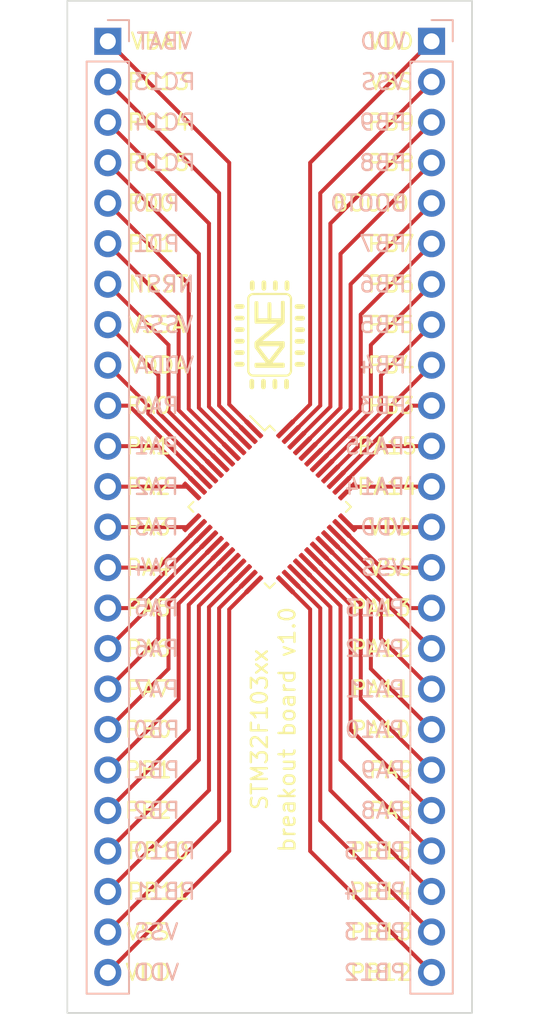
<source format=kicad_pcb>
(kicad_pcb (version 20211014) (generator pcbnew)
  (layers (0 "F.Cu" signal) (31 "B.Cu" signal) (34 "B.Paste" user) (35 "F.Paste" user) (36 "B.SilkS" user "B.Silkscreen") (37 "F.SilkS" user "F.Silkscreen") (38 "B.Mask" user) (39 "F.Mask" user) (44 "Edge.Cuts" user))
  (net 0 "")
  (net 1 "Net-(J1-Pad1)")
  (net 2 "Net-(J1-Pad2)")
  (net 3 "Net-(J1-Pad3)")
  (net 4 "Net-(J1-Pad4)")
  (net 5 "Net-(J1-Pad5)")
  (net 6 "Net-(J1-Pad6)")
  (net 7 "Net-(J1-Pad7)")
  (net 8 "Net-(J1-Pad8)")
  (net 9 "Net-(J1-Pad9)")
  (net 10 "Net-(J1-Pad10)")
  (net 11 "Net-(J1-Pad11)")
  (net 12 "Net-(J1-Pad12)")
  (net 13 "Net-(J1-Pad13)")
  (net 14 "Net-(J1-Pad14)")
  (net 15 "Net-(J1-Pad15)")
  (net 16 "Net-(J1-Pad16)")
  (net 17 "Net-(J1-Pad17)")
  (net 18 "Net-(J1-Pad18)")
  (net 19 "Net-(J1-Pad19)")
  (net 20 "Net-(J1-Pad20)")
  (net 21 "Net-(J1-Pad21)")
  (net 22 "Net-(J1-Pad22)")
  (net 23 "Net-(J1-Pad23)")
  (net 24 "Net-(J1-Pad24)")
  (net 25 "Net-(J2-Pad1)")
  (net 26 "Net-(J2-Pad2)")
  (net 27 "Net-(J2-Pad3)")
  (net 28 "Net-(J2-Pad4)")
  (net 29 "Net-(J2-Pad5)")
  (net 30 "Net-(J2-Pad6)")
  (net 31 "Net-(J2-Pad7)")
  (net 32 "Net-(J2-Pad8)")
  (net 33 "Net-(J2-Pad9)")
  (net 34 "Net-(J2-Pad10)")
  (net 35 "Net-(J2-Pad11)")
  (net 36 "Net-(J2-Pad12)")
  (net 37 "Net-(J2-Pad13)")
  (net 38 "Net-(J2-Pad14)")
  (net 39 "Net-(J2-Pad15)")
  (net 40 "Net-(J2-Pad16)")
  (net 41 "Net-(J2-Pad17)")
  (net 42 "Net-(J2-Pad18)")
  (net 43 "Net-(J2-Pad19)")
  (net 44 "Net-(J2-Pad20)")
  (net 45 "Net-(J2-Pad21)")
  (net 46 "Net-(J2-Pad22)")
  (net 47 "Net-(J2-Pad23)")
  (net 48 "Net-(J2-Pad24)")
  (footprint "MountingHole:MountingHole_3.2mm_M3" (layer "F.Cu") (at 124.46 78.74)
    (fp_text reference "H1" hide)
    (fp_text value "MountingHole")
    (pad "" np_thru_hole circle (at 0 0) (size 3.2 3.2) (drill 3.2) (layers *.Cu *.Mask))
  )
  (footprint "LOGO" (layer "F.Cu") (at 124.46 94.615 90)
    (fp_text reference "G***" hide)
    (fp_text value "LOGO" hide)
  )
  (footprint "Package_QFP:LQFP-48_7x7mm_P0.5mm" (layer "F.Cu") (at 124.46 105.41 -45)
    (fp_text reference "U1" hide)
    (fp_text value "STM32F103C6Tx")
    (pad "1" smd roundrect (at -4.1625 -2.75 315) (size 1.475 0.3) (layers "F.Cu" "F.Paste" "F.Mask") (net 1 "Net-(J1-Pad1)"))
    (pad "2" smd roundrect (at -4.1625 -2.25 315) (size 1.475 0.3) (layers "F.Cu" "F.Paste" "F.Mask") (net 2 "Net-(J1-Pad2)"))
    (pad "3" smd roundrect (at -4.1625 -1.75 315) (size 1.475 0.3) (layers "F.Cu" "F.Paste" "F.Mask") (net 3 "Net-(J1-Pad3)"))
    (pad "4" smd roundrect (at -4.1625 -1.25 315) (size 1.475 0.3) (layers "F.Cu" "F.Paste" "F.Mask") (net 4 "Net-(J1-Pad4)"))
    (pad "5" smd roundrect (at -4.1625 -0.75 315) (size 1.475 0.3) (layers "F.Cu" "F.Paste" "F.Mask") (net 5 "Net-(J1-Pad5)"))
    (pad "6" smd roundrect (at -4.1625 -0.25 315) (size 1.475 0.3) (layers "F.Cu" "F.Paste" "F.Mask") (net 6 "Net-(J1-Pad6)"))
    (pad "7" smd roundrect (at -4.1625 0.25 315) (size 1.475 0.3) (layers "F.Cu" "F.Paste" "F.Mask") (net 7 "Net-(J1-Pad7)"))
    (pad "8" smd roundrect (at -4.1625 0.75 315) (size 1.475 0.3) (layers "F.Cu" "F.Paste" "F.Mask") (net 8 "Net-(J1-Pad8)"))
    (pad "9" smd roundrect (at -4.1625 1.25 315) (size 1.475 0.3) (layers "F.Cu" "F.Paste" "F.Mask") (net 9 "Net-(J1-Pad9)"))
    (pad "10" smd roundrect (at -4.1625 1.75 315) (size 1.475 0.3) (layers "F.Cu" "F.Paste" "F.Mask") (net 10 "Net-(J1-Pad10)"))
    (pad "11" smd roundrect (at -4.1625 2.25 315) (size 1.475 0.3) (layers "F.Cu" "F.Paste" "F.Mask") (net 11 "Net-(J1-Pad11)"))
    (pad "12" smd roundrect (at -4.1625 2.75 315) (size 1.475 0.3) (layers "F.Cu" "F.Paste" "F.Mask") (net 12 "Net-(J1-Pad12)"))
    (pad "13" smd roundrect (at -2.75 4.1625 315) (size 0.3 1.475) (layers "F.Cu" "F.Paste" "F.Mask") (net 13 "Net-(J1-Pad13)"))
    (pad "14" smd roundrect (at -2.25 4.1625 315) (size 0.3 1.475) (layers "F.Cu" "F.Paste" "F.Mask") (net 14 "Net-(J1-Pad14)"))
    (pad "15" smd roundrect (at -1.75 4.1625 315) (size 0.3 1.475) (layers "F.Cu" "F.Paste" "F.Mask") (net 15 "Net-(J1-Pad15)"))
    (pad "16" smd roundrect (at -1.25 4.1625 315) (size 0.3 1.475) (layers "F.Cu" "F.Paste" "F.Mask") (net 16 "Net-(J1-Pad16)"))
    (pad "17" smd roundrect (at -0.75 4.1625 315) (size 0.3 1.475) (layers "F.Cu" "F.Paste" "F.Mask") (net 17 "Net-(J1-Pad17)"))
    (pad "18" smd roundrect (at -0.25 4.1625 315) (size 0.3 1.475) (layers "F.Cu" "F.Paste" "F.Mask") (net 18 "Net-(J1-Pad18)"))
    (pad "19" smd roundrect (at 0.25 4.1625 315) (size 0.3 1.475) (layers "F.Cu" "F.Paste" "F.Mask") (net 19 "Net-(J1-Pad19)"))
    (pad "20" smd roundrect (at 0.75 4.1625 315) (size 0.3 1.475) (layers "F.Cu" "F.Paste" "F.Mask") (net 20 "Net-(J1-Pad20)"))
    (pad "21" smd roundrect (at 1.25 4.1625 315) (size 0.3 1.475) (layers "F.Cu" "F.Paste" "F.Mask") (net 21 "Net-(J1-Pad21)"))
    (pad "22" smd roundrect (at 1.75 4.1625 315) (size 0.3 1.475) (layers "F.Cu" "F.Paste" "F.Mask") (net 22 "Net-(J1-Pad22)"))
    (pad "23" smd roundrect (at 2.25 4.1625 315) (size 0.3 1.475) (layers "F.Cu" "F.Paste" "F.Mask") (net 23 "Net-(J1-Pad23)"))
    (pad "24" smd roundrect (at 2.75 4.1625 315) (size 0.3 1.475) (layers "F.Cu" "F.Paste" "F.Mask") (net 24 "Net-(J1-Pad24)"))
    (pad "25" smd roundrect (at 4.1625 2.75 315) (size 1.475 0.3) (layers "F.Cu" "F.Paste" "F.Mask") (net 48 "Net-(J2-Pad24)"))
    (pad "26" smd roundrect (at 4.1625 2.25 315) (size 1.475 0.3) (layers "F.Cu" "F.Paste" "F.Mask") (net 47 "Net-(J2-Pad23)"))
    (pad "27" smd roundrect (at 4.1625 1.75 315) (size 1.475 0.3) (layers "F.Cu" "F.Paste" "F.Mask") (net 46 "Net-(J2-Pad22)"))
    (pad "28" smd roundrect (at 4.1625 1.25 315) (size 1.475 0.3) (layers "F.Cu" "F.Paste" "F.Mask") (net 45 "Net-(J2-Pad21)"))
    (pad "29" smd roundrect (at 4.1625 0.75 315) (size 1.475 0.3) (layers "F.Cu" "F.Paste" "F.Mask") (net 44 "Net-(J2-Pad20)"))
    (pad "30" smd roundrect (at 4.1625 0.25 315) (size 1.475 0.3) (layers "F.Cu" "F.Paste" "F.Mask") (net 43 "Net-(J2-Pad19)"))
    (pad "31" smd roundrect (at 4.1625 -0.25 315) (size 1.475 0.3) (layers "F.Cu" "F.Paste" "F.Mask") (net 42 "Net-(J2-Pad18)"))
    (pad "32" smd roundrect (at 4.1625 -0.75 315) (size 1.475 0.3) (layers "F.Cu" "F.Paste" "F.Mask") (net 41 "Net-(J2-Pad17)"))
    (pad "33" smd roundrect (at 4.1625 -1.25 315) (size 1.475 0.3) (layers "F.Cu" "F.Paste" "F.Mask") (net 40 "Net-(J2-Pad16)"))
    (pad "34" smd roundrect (at 4.1625 -1.75 315) (size 1.475 0.3) (layers "F.Cu" "F.Paste" "F.Mask") (net 39 "Net-(J2-Pad15)"))
    (pad "35" smd roundrect (at 4.1625 -2.25 315) (size 1.475 0.3) (layers "F.Cu" "F.Paste" "F.Mask") (net 38 "Net-(J2-Pad14)"))
    (pad "36" smd roundrect (at 4.1625 -2.75 315) (size 1.475 0.3) (layers "F.Cu" "F.Paste" "F.Mask") (net 37 "Net-(J2-Pad13)"))
    (pad "37" smd roundrect (at 2.75 -4.1625 315) (size 0.3 1.475) (layers "F.Cu" "F.Paste" "F.Mask") (net 36 "Net-(J2-Pad12)"))
    (pad "38" smd roundrect (at 2.25 -4.1625 315) (size 0.3 1.475) (layers "F.Cu" "F.Paste" "F.Mask") (net 35 "Net-(J2-Pad11)"))
    (pad "39" smd roundrect (at 1.75 -4.1625 315) (size 0.3 1.475) (layers "F.Cu" "F.Paste" "F.Mask") (net 34 "Net-(J2-Pad10)"))
    (pad "40" smd roundrect (at 1.25 -4.1625 315) (size 0.3 1.475) (layers "F.Cu" "F.Paste" "F.Mask") (net 33 "Net-(J2-Pad9)"))
    (pad "41" smd roundrect (at 0.75 -4.1625 315) (size 0.3 1.475) (layers "F.Cu" "F.Paste" "F.Mask") (net 32 "Net-(J2-Pad8)"))
    (pad "42" smd roundrect (at 0.25 -4.1625 315) (size 0.3 1.475) (layers "F.Cu" "F.Paste" "F.Mask") (net 31 "Net-(J2-Pad7)"))
    (pad "43" smd roundrect (at -0.25 -4.1625 315) (size 0.3 1.475) (layers "F.Cu" "F.Paste" "F.Mask") (net 30 "Net-(J2-Pad6)"))
    (pad "44" smd roundrect (at -0.75 -4.1625 315) (size 0.3 1.475) (layers "F.Cu" "F.Paste" "F.Mask") (net 29 "Net-(J2-Pad5)"))
    (pad "45" smd roundrect (at -1.25 -4.1625 315) (size 0.3 1.475) (layers "F.Cu" "F.Paste" "F.Mask") (net 28 "Net-(J2-Pad4)"))
    (pad "46" smd roundrect (at -1.75 -4.1625 315) (size 0.3 1.475) (layers "F.Cu" "F.Paste" "F.Mask") (net 27 "Net-(J2-Pad3)"))
    (pad "47" smd roundrect (at -2.25 -4.1625 315) (size 0.3 1.475) (layers "F.Cu" "F.Paste" "F.Mask") (net 26 "Net-(J2-Pad2)"))
    (pad "48" smd roundrect (at -2.75 -4.1625 315) (size 0.3 1.475) (layers "F.Cu" "F.Paste" "F.Mask") (net 25 "Net-(J2-Pad1)"))
  )
  (footprint "MountingHole:MountingHole_3.2mm_M3" (layer "F.Cu") (at 124.46 132.08)
    (fp_text reference "H2" hide)
    (fp_text value "MountingHole")
    (pad "" np_thru_hole circle (at 0 0) (size 3.2 3.2) (drill 3.2) (layers *.Cu *.Mask))
  )
  (footprint "Connector_PinHeader_2.54mm:PinHeader_1x24_P2.54mm_Vertical" (layer "B.Cu") (at 114.3 76.2 180)
    (fp_text reference "J1" hide)
    (fp_text value "Conn_01x24_Male")
    (pad "1" thru_hole rect (at 0 0 180) (size 1.7 1.7) (drill 1) (layers *.Cu *.Mask) (net 1 "Net-(J1-Pad1)"))
    (pad "2" thru_hole oval (at 0 -2.54 180) (size 1.7 1.7) (drill 1) (layers *.Cu *.Mask) (net 2 "Net-(J1-Pad2)"))
    (pad "3" thru_hole oval (at 0 -5.08 180) (size 1.7 1.7) (drill 1) (layers *.Cu *.Mask) (net 3 "Net-(J1-Pad3)"))
    (pad "4" thru_hole oval (at 0 -7.62 180) (size 1.7 1.7) (drill 1) (layers *.Cu *.Mask) (net 4 "Net-(J1-Pad4)"))
    (pad "5" thru_hole oval (at 0 -10.16 180) (size 1.7 1.7) (drill 1) (layers *.Cu *.Mask) (net 5 "Net-(J1-Pad5)"))
    (pad "6" thru_hole oval (at 0 -12.7 180) (size 1.7 1.7) (drill 1) (layers *.Cu *.Mask) (net 6 "Net-(J1-Pad6)"))
    (pad "7" thru_hole oval (at 0 -15.24 180) (size 1.7 1.7) (drill 1) (layers *.Cu *.Mask) (net 7 "Net-(J1-Pad7)"))
    (pad "8" thru_hole oval (at 0 -17.78 180) (size 1.7 1.7) (drill 1) (layers *.Cu *.Mask) (net 8 "Net-(J1-Pad8)"))
    (pad "9" thru_hole oval (at 0 -20.32 180) (size 1.7 1.7) (drill 1) (layers *.Cu *.Mask) (net 9 "Net-(J1-Pad9)"))
    (pad "10" thru_hole oval (at 0 -22.86 180) (size 1.7 1.7) (drill 1) (layers *.Cu *.Mask) (net 10 "Net-(J1-Pad10)"))
    (pad "11" thru_hole oval (at 0 -25.4 180) (size 1.7 1.7) (drill 1) (layers *.Cu *.Mask) (net 11 "Net-(J1-Pad11)"))
    (pad "12" thru_hole oval (at 0 -27.94 180) (size 1.7 1.7) (drill 1) (layers *.Cu *.Mask) (net 12 "Net-(J1-Pad12)"))
    (pad "13" thru_hole oval (at 0 -30.48 180) (size 1.7 1.7) (drill 1) (layers *.Cu *.Mask) (net 13 "Net-(J1-Pad13)"))
    (pad "14" thru_hole oval (at 0 -33.02 180) (size 1.7 1.7) (drill 1) (layers *.Cu *.Mask) (net 14 "Net-(J1-Pad14)"))
    (pad "15" thru_hole oval (at 0 -35.56 180) (size 1.7 1.7) (drill 1) (layers *.Cu *.Mask) (net 15 "Net-(J1-Pad15)"))
    (pad "16" thru_hole oval (at 0 -38.1 180) (size 1.7 1.7) (drill 1) (layers *.Cu *.Mask) (net 16 "Net-(J1-Pad16)"))
    (pad "17" thru_hole oval (at 0 -40.64 180) (size 1.7 1.7) (drill 1) (layers *.Cu *.Mask) (net 17 "Net-(J1-Pad17)"))
    (pad "18" thru_hole oval (at 0 -43.18 180) (size 1.7 1.7) (drill 1) (layers *.Cu *.Mask) (net 18 "Net-(J1-Pad18)"))
    (pad "19" thru_hole oval (at 0 -45.72 180) (size 1.7 1.7) (drill 1) (layers *.Cu *.Mask) (net 19 "Net-(J1-Pad19)"))
    (pad "20" thru_hole oval (at 0 -48.26 180) (size 1.7 1.7) (drill 1) (layers *.Cu *.Mask) (net 20 "Net-(J1-Pad20)"))
    (pad "21" thru_hole oval (at 0 -50.8 180) (size 1.7 1.7) (drill 1) (layers *.Cu *.Mask) (net 21 "Net-(J1-Pad21)"))
    (pad "22" thru_hole oval (at 0 -53.34 180) (size 1.7 1.7) (drill 1) (layers *.Cu *.Mask) (net 22 "Net-(J1-Pad22)"))
    (pad "23" thru_hole oval (at 0 -55.88 180) (size 1.7 1.7) (drill 1) (layers *.Cu *.Mask) (net 23 "Net-(J1-Pad23)"))
    (pad "24" thru_hole oval (at 0 -58.42 180) (size 1.7 1.7) (drill 1) (layers *.Cu *.Mask) (net 24 "Net-(J1-Pad24)"))
  )
  (footprint "Connector_PinHeader_2.54mm:PinHeader_1x24_P2.54mm_Vertical" (layer "B.Cu") (at 134.62 76.2 180)
    (fp_text reference "J2" hide)
    (fp_text value "Conn_01x24_Male")
    (pad "1" thru_hole rect (at 0 0 180) (size 1.7 1.7) (drill 1) (layers *.Cu *.Mask) (net 25 "Net-(J2-Pad1)"))
    (pad "2" thru_hole oval (at 0 -2.54 180) (size 1.7 1.7) (drill 1) (layers *.Cu *.Mask) (net 26 "Net-(J2-Pad2)"))
    (pad "3" thru_hole oval (at 0 -5.08 180) (size 1.7 1.7) (drill 1) (layers *.Cu *.Mask) (net 27 "Net-(J2-Pad3)"))
    (pad "4" thru_hole oval (at 0 -7.62 180) (size 1.7 1.7) (drill 1) (layers *.Cu *.Mask) (net 28 "Net-(J2-Pad4)"))
    (pad "5" thru_hole oval (at 0 -10.16 180) (size 1.7 1.7) (drill 1) (layers *.Cu *.Mask) (net 29 "Net-(J2-Pad5)"))
    (pad "6" thru_hole oval (at 0 -12.7 180) (size 1.7 1.7) (drill 1) (layers *.Cu *.Mask) (net 30 "Net-(J2-Pad6)"))
    (pad "7" thru_hole oval (at 0 -15.24 180) (size 1.7 1.7) (drill 1) (layers *.Cu *.Mask) (net 31 "Net-(J2-Pad7)"))
    (pad "8" thru_hole oval (at 0 -17.78 180) (size 1.7 1.7) (drill 1) (layers *.Cu *.Mask) (net 32 "Net-(J2-Pad8)"))
    (pad "9" thru_hole oval (at 0 -20.32 180) (size 1.7 1.7) (drill 1) (layers *.Cu *.Mask) (net 33 "Net-(J2-Pad9)"))
    (pad "10" thru_hole oval (at 0 -22.86 180) (size 1.7 1.7) (drill 1) (layers *.Cu *.Mask) (net 34 "Net-(J2-Pad10)"))
    (pad "11" thru_hole oval (at 0 -25.4 180) (size 1.7 1.7) (drill 1) (layers *.Cu *.Mask) (net 35 "Net-(J2-Pad11)"))
    (pad "12" thru_hole oval (at 0 -27.94 180) (size 1.7 1.7) (drill 1) (layers *.Cu *.Mask) (net 36 "Net-(J2-Pad12)"))
    (pad "13" thru_hole oval (at 0 -30.48 180) (size 1.7 1.7) (drill 1) (layers *.Cu *.Mask) (net 37 "Net-(J2-Pad13)"))
    (pad "14" thru_hole oval (at 0 -33.02 180) (size 1.7 1.7) (drill 1) (layers *.Cu *.Mask) (net 38 "Net-(J2-Pad14)"))
    (pad "15" thru_hole oval (at 0 -35.56 180) (size 1.7 1.7) (drill 1) (layers *.Cu *.Mask) (net 39 "Net-(J2-Pad15)"))
    (pad "16" thru_hole oval (at 0 -38.1 180) (size 1.7 1.7) (drill 1) (layers *.Cu *.Mask) (net 40 "Net-(J2-Pad16)"))
    (pad "17" thru_hole oval (at 0 -40.64 180) (size 1.7 1.7) (drill 1) (layers *.Cu *.Mask) (net 41 "Net-(J2-Pad17)"))
    (pad "18" thru_hole oval (at 0 -43.18 180) (size 1.7 1.7) (drill 1) (layers *.Cu *.Mask) (net 42 "Net-(J2-Pad18)"))
    (pad "19" thru_hole oval (at 0 -45.72 180) (size 1.7 1.7) (drill 1) (layers *.Cu *.Mask) (net 43 "Net-(J2-Pad19)"))
    (pad "20" thru_hole oval (at 0 -48.26 180) (size 1.7 1.7) (drill 1) (layers *.Cu *.Mask) (net 44 "Net-(J2-Pad20)"))
    (pad "21" thru_hole oval (at 0 -50.8 180) (size 1.7 1.7) (drill 1) (layers *.Cu *.Mask) (net 45 "Net-(J2-Pad21)"))
    (pad "22" thru_hole oval (at 0 -53.34 180) (size 1.7 1.7) (drill 1) (layers *.Cu *.Mask) (net 46 "Net-(J2-Pad22)"))
    (pad "23" thru_hole oval (at 0 -55.88 180) (size 1.7 1.7) (drill 1) (layers *.Cu *.Mask) (net 47 "Net-(J2-Pad23)"))
    (pad "24" thru_hole oval (at 0 -58.42 180) (size 1.7 1.7) (drill 1) (layers *.Cu *.Mask) (net 48 "Net-(J2-Pad24)"))
  )
  (gr_rect (start 111.76 73.66) (end 137.16 137.16) (layer "Edge.Cuts") (width 0.1) (fill none))
  (gr_text "VSS" (at 131.572 78.74) (layer "B.SilkS") (effects (font (size 1 1)) (justify mirror)))
  (gr_text "PD0" (at 117.348 86.36) (layer "B.SilkS") (effects (font (size 1 1)) (justify mirror)))
  (gr_text "VDD" (at 117.348 134.62) (layer "B.SilkS") (effects (font (size 1 1)) (justify mirror)))
  (gr_text "PB9" (at 131.572 81.28) (layer "B.SilkS") (effects (font (size 1 1)) (justify mirror)))
  (gr_text "PB0" (at 117.348 119.38) (layer "B.SilkS") (effects (font (size 1 1)) (justify mirror)))
  (gr_text "BOOT0" (at 130.66719 86.36) (layer "B.SilkS") (effects (font (size 1 1)) (justify mirror)))
  (gr_text "PB13" (at 131.064 132.08) (layer "B.SilkS") (effects (font (size 1 1)) (justify mirror)))
  (gr_text "PA2" (at 117.348 104.14) (layer "B.SilkS") (effects (font (size 1 1)) (justify mirror)))
  (gr_text "PD1" (at 117.348 88.9) (layer "B.SilkS") (effects (font (size 1 1)) (justify mirror)))
  (gr_text "PB12" (at 131.064 134.62) (layer "B.SilkS") (effects (font (size 1 1)) (justify mirror)))
  (gr_text "VSS" (at 131.572 109.22) (layer "B.SilkS") (effects (font (size 1 1)) (justify mirror)))
  (gr_text "PA8" (at 131.572 124.46) (layer "B.SilkS") (effects (font (size 1 1)) (justify mirror)))
  (gr_text "PA1" (at 117.348 101.6) (layer "B.SilkS") (effects (font (size 1 1)) (justify mirror)))
  (gr_text "PC14" (at 117.856 81.28) (layer "B.SilkS") (effects (font (size 1 1)) (justify mirror)))
  (gr_text "PA11" (at 131.064 116.84) (layer "B.SilkS") (effects (font (size 1 1)) (justify mirror)))
  (gr_text "PB10" (at 117.856 127) (layer "B.SilkS") (effects (font (size 1 1)) (justify mirror)))
  (gr_text "PB3" (at 131.572 99.06) (layer "B.SilkS") (effects (font (size 1 1)) (justify mirror)))
  (gr_text "VSSA" (at 117.856 93.98) (layer "B.SilkS") (effects (font (size 1 1)) (justify mirror)))
  (gr_text "PB2" (at 117.348 124.46) (layer "B.SilkS") (effects (font (size 1 1)) (justify mirror)))
  (gr_text "VBAT" (at 117.856 76.2) (layer "B.SilkS") (effects (font (size 1 1)) (justify mirror)))
  (gr_text "VDDA" (at 117.856 96.52) (layer "B.SilkS") (effects (font (size 1 1)) (justify mirror)))
  (gr_text "PA12" (at 131.064 114.3) (layer "B.SilkS") (effects (font (size 1 1)) (justify mirror)))
  (gr_text "VDD" (at 131.572 76.2) (layer "B.SilkS") (effects (font (size 1 1)) (justify mirror)))
  (gr_text "PB6" (at 131.572 91.44) (layer "B.SilkS") (effects (font (size 1 1)) (justify mirror)))
  (gr_text "PA0" (at 117.348 99.06) (layer "B.SilkS") (effects (font (size 1 1)) (justify mirror)))
  (gr_text "PA13" (at 131.064 111.76) (layer "B.SilkS") (effects (font (size 1 1)) (justify mirror)))
  (gr_text "PB4" (at 131.572 96.52) (layer "B.SilkS") (effects (font (size 1 1)) (justify mirror)))
  (gr_text "PB1" (at 117.348 121.92) (layer "B.SilkS") (effects (font (size 1 1)) (justify mirror)))
  (gr_text "PA6" (at 117.348 114.3) (layer "B.SilkS") (effects (font (size 1 1)) (justify mirror)))
  (gr_text "PA7" (at 117.348 116.84) (layer "B.SilkS") (effects (font (size 1 1)) (justify mirror)))
  (gr_text "PB7" (at 131.572 88.9) (layer "B.SilkS") (effects (font (size 1 1)) (justify mirror)))
  (gr_text "PB11" (at 117.856 129.54) (layer "B.SilkS") (effects (font (size 1 1)) (justify mirror)))
  (gr_text "VDD" (at 131.572 106.68) (layer "B.SilkS") (effects (font (size 1 1)) (justify mirror)))
  (gr_text "PB15" (at 131.064 127) (layer "B.SilkS") (effects (font (size 1 1)) (justify mirror)))
  (gr_text "VSS" (at 117.348 132.08) (layer "B.SilkS") (effects (font (size 1 1)) (justify mirror)))
  (gr_text "PA4" (at 117.348 109.22) (layer "B.SilkS") (effects (font (size 1 1)) (justify mirror)))
  (gr_text "PB8" (at 131.572 83.82) (layer "B.SilkS") (effects (font (size 1 1)) (justify mirror)))
  (gr_text "PA15" (at 131.064 101.6) (layer "B.SilkS") (effects (font (size 1 1)) (justify mirror)))
  (gr_text "PA3" (at 117.348 106.68) (layer "B.SilkS") (effects (font (size 1 1)) (justify mirror)))
  (gr_text "PC15" (at 117.856 83.82) (layer "B.SilkS") (effects (font (size 1 1)) (justify mirror)))
  (gr_text "PA5" (at 117.348 111.76) (layer "B.SilkS") (effects (font (size 1 1)) (justify mirror)))
  (gr_text "PA9" (at 131.572 121.92) (layer "B.SilkS") (effects (font (size 1 1)) (justify mirror)))
  (gr_text "PB5" (at 131.572 93.98) (layer "B.SilkS") (effects (font (size 1 1)) (justify mirror)))
  (gr_text "PA10" (at 131.064 119.38) (layer "B.SilkS") (effects (font (size 1 1)) (justify mirror)))
  (gr_text "NRST" (at 117.856 91.44) (layer "B.SilkS") (effects (font (size 1 1)) (justify mirror)))
  (gr_text "PA14" (at 131.064 104.14) (layer "B.SilkS") (effects (font (size 1 1)) (justify mirror)))
  (gr_text "PC13" (at 117.856 78.74) (layer "B.SilkS") (effects (font (size 1 1)) (justify mirror)))
  (gr_text "PB14" (at 131.064 129.54) (layer "B.SilkS") (effects (font (size 1 1)) (justify mirror)))
  (gr_text "PA3" (at 116.84 106.68) (layer "F.SilkS") (effects (font (size 1 1))))
  (gr_text "PA13" (at 131.445 111.76) (layer "F.SilkS") (effects (font (size 1 1))))
  (gr_text "PB13" (at 131.445 132.08) (layer "F.SilkS") (effects (font (size 1 1))))
  (gr_text "PA8" (at 132.08 124.46) (layer "F.SilkS") (effects (font (size 1 1))))
  (gr_text "PB3" (at 132.08 99.06) (layer "F.SilkS") (effects (font (size 1 1))))
  (gr_text "PB5" (at 132.08 93.98) (layer "F.SilkS") (effects (font (size 1 1))))
  (gr_text "PB7" (at 132.08 88.9) (layer "F.SilkS") (effects (font (size 1 1))))
  (gr_text "VDD" (at 132.08 76.2) (layer "F.SilkS") (effects (font (size 1 1))))
  (gr_text "PB10" (at 117.475 127) (layer "F.SilkS") (effects (font (size 1 1))))
  (gr_text "BOOT0" (at 130.81 86.36) (layer "F.SilkS") (effects (font (size 1 1))))
  (gr_text "PD1" (at 117 88.9) (layer "F.SilkS") (effects (font (size 1 1))))
  (gr_text "PB9" (at 132.08 81.28) (layer "F.SilkS") (effects (font (size 1 1))))
  (gr_text "PA6" (at 116.84 114.3) (layer "F.SilkS") (effects (font (size 1 1))))
  (gr_text "PC14" (at 117.475 81.28) (layer "F.SilkS") (effects (font (size 1 1))))
  (gr_text "PB2" (at 116.84 124.46) (layer "F.SilkS") (effects (font (size 1 1))))
  (gr_text "PA12" (at 131.445 114.3) (layer "F.SilkS") (effects (font (size 1 1))))
  (gr_text "VDD" (at 116.84 134.62) (layer "F.SilkS") (effects (font (size 1 1))))
  (gr_text "NRST" (at 117.475 91.44) (layer "F.SilkS") (effects (font (size 1 1))))
  (gr_text "PB1" (at 116.84 121.92) (layer "F.SilkS") (effects (font (size 1 1))))
  (gr_text "PC13" (at 117.475 78.74) (layer "F.SilkS") (effects (font (size 1 1))))
  (gr_text "PA14" (at 131.826 104.14) (layer "F.SilkS") (effects (font (size 1 1))))
  (gr_text "PD0" (at 117 86.36) (layer "F.SilkS") (effects (font (size 1 1))))
  (gr_text "PB4" (at 132.08 96.52) (layer "F.SilkS") (effects (font (size 1 1))))
  (gr_text "PB14" (at 131.445 129.54) (layer "F.SilkS") (effects (font (size 1 1))))
  (gr_text "PA1" (at 116.84 101.6) (layer "F.SilkS") (effects (font (size 1 1))))
  (gr_text "PB0" (at 116.84 119.38) (layer "F.SilkS") (effects (font (size 1 1))))
  (gr_text "VSS" (at 132.08 109.22) (layer "F.SilkS") (effects (font (size 1 1))))
  (gr_text "PA7" (at 116.84 116.84) (layer "F.SilkS") (effects (font (size 1 1))))
  (gr_text "PA5" (at 116.84 111.76) (layer "F.SilkS") (effects (font (size 1 1))))
  (gr_text "VSSA" (at 117.348 93.98) (layer "F.SilkS") (effects (font (size 1 1))))
  (gr_text "PA2" (at 116.84 104.14) (layer "F.SilkS") (effects (font (size 1 1))))
  (gr_text "PB15" (at 131.445 127) (layer "F.SilkS") (effects (font (size 1 1))))
  (gr_text "PA10" (at 131.445 119.38) (layer "F.SilkS") (effects (font (size 1 1))))
  (gr_text "PA9" (at 132.08 121.92) (layer "F.SilkS") (effects (font (size 1 1))))
  (gr_text "PA11" (at 131.445 116.84) (layer "F.SilkS") (effects (font (size 1 1))))
  (gr_text "PA15" (at 131.826 101.6) (layer "F.SilkS") (effects (font (size 1 1))))
  (gr_text "VSS" (at 132.08 78.74) (layer "F.SilkS") (effects (font (size 1 1))))
  (gr_text "PC15" (at 117.475 83.82) (layer "F.SilkS") (effects (font (size 1 1))))
  (gr_text "PA4" (at 116.84 109.22) (layer "F.SilkS") (effects (font (size 1 1))))
  (gr_text "VSS" (at 116.84 132.08) (layer "F.SilkS") (effects (font (size 1 1))))
  (gr_text "breakout board v1.0\n\n" (at 126.365 119.38 90) (layer "F.SilkS") (effects (font (size 1 1))))
  (gr_text "VBAT" (at 117.475 76.2) (layer "F.SilkS") (effects (font (size 1 1))))
  (gr_text "VDD" (at 132.08 106.68) (layer "F.SilkS") (effects (font (size 1 1))))
  (gr_text "PB11" (at 117.475 129.54) (layer "F.SilkS") (effects (font (size 1 1))))
  (gr_text "PB8" (at 132.08 83.82) (layer "F.SilkS") (effects (font (size 1 1))))
  (gr_text "PB6" (at 132.08 91.44) (layer "F.SilkS") (effects (font (size 1 1))))
  (gr_text "VDDA" (at 117.475 96.52) (layer "F.SilkS") (effects (font (size 1 1))))
  (gr_text "PB12" (at 131.445 134.62) (layer "F.SilkS") (effects (font (size 1 1))))
  (gr_text "PA0" (at 116.84 99.06) (layer "F.SilkS") (effects (font (size 1 1))))
  (gr_text "STM32F103xx" (at 123.825 119.38 90) (layer "F.SilkS") (effects (font (size 1 1))))
  (segment (start 121.92 98.980912) (end 121.92 83.82) (width 0.25) (layer "F.Cu") (net 1))
  (segment (start 123.461212 100.522124) (end 121.92 98.980912) (width 0.25) (layer "F.Cu") (net 1))
  (segment (start 121.92 83.82) (end 114.3 76.2) (width 0.25) (layer "F.Cu") (net 1))
  (segment (start 123.107658 100.875678) (end 121.285 99.05302) (width 0.25) (layer "F.Cu") (net 2))
  (segment (start 121.285 99.05302) (end 121.285 85.725) (width 0.25) (layer "F.Cu") (net 2))
  (segment (start 121.285 85.725) (end 114.3 78.74) (width 0.25) (layer "F.Cu") (net 2))
  (segment (start 122.754105 101.229231) (end 120.65 99.125126) (width 0.25) (layer "F.Cu") (net 3))
  (segment (start 120.65 99.125126) (end 120.65 87.63) (width 0.25) (layer "F.Cu") (net 3))
  (segment (start 120.65 87.63) (end 114.3 81.28) (width 0.25) (layer "F.Cu") (net 3))
  (segment (start 120.015 89.535) (end 114.3 83.82) (width 0.25) (layer "F.Cu") (net 4))
  (segment (start 122.400551 101.582785) (end 120.015 99.197234) (width 0.25) (layer "F.Cu") (net 4))
  (segment (start 120.015 99.197234) (end 120.015 89.535) (width 0.25) (layer "F.Cu") (net 4))
  (segment (start 119.38 99.26934) (end 119.38 91.44) (width 0.25) (layer "F.Cu") (net 5))
  (segment (start 119.38 91.44) (end 114.3 86.36) (width 0.25) (layer "F.Cu") (net 5))
  (segment (start 122.046998 101.936338) (end 119.38 99.26934) (width 0.25) (layer "F.Cu") (net 5))
  (segment (start 118.745 99.341446) (end 118.745 93.345) (width 0.25) (layer "F.Cu") (net 6))
  (segment (start 121.693445 102.289891) (end 118.745 99.341446) (width 0.25) (layer "F.Cu") (net 6))
  (segment (start 118.745 93.345) (end 114.3 88.9) (width 0.25) (layer "F.Cu") (net 6))
  (segment (start 118.11 99.413554) (end 118.11 95.25) (width 0.25) (layer "F.Cu") (net 7))
  (segment (start 118.11 95.25) (end 114.3 91.44) (width 0.25) (layer "F.Cu") (net 7))
  (segment (start 121.339891 102.643445) (end 118.11 99.413554) (width 0.25) (layer "F.Cu") (net 7))
  (segment (start 117.475 99.48566) (end 117.475 97.155) (width 0.25) (layer "F.Cu") (net 8))
  (segment (start 120.986338 102.996998) (end 117.475 99.48566) (width 0.25) (layer "F.Cu") (net 8))
  (segment (start 117.475 97.155) (end 114.3 93.98) (width 0.25) (layer "F.Cu") (net 8))
  (segment (start 120.632785 103.350551) (end 116.84 99.557766) (width 0.25) (layer "F.Cu") (net 9))
  (segment (start 116.84 99.06) (end 114.3 96.52) (width 0.25) (layer "F.Cu") (net 9))
  (segment (start 116.84 99.557766) (end 116.84 99.06) (width 0.25) (layer "F.Cu") (net 9))
  (segment (start 120.279231 103.704105) (end 115.635126 99.06) (width 0.25) (layer "F.Cu") (net 10))
  (segment (start 115.635126 99.06) (end 114.3 99.06) (width 0.25) (layer "F.Cu") (net 10))
  (segment (start 119.925678 104.057658) (end 117.46802 101.6) (width 0.25) (layer "F.Cu") (net 11))
  (segment (start 117.46802 101.6) (end 114.3 101.6) (width 0.25) (layer "F.Cu") (net 11))
  (segment (start 119.572124 104.411212) (end 119.300912 104.14) (width 0.25) (layer "F.Cu") (net 12))
  (segment (start 119.300912 104.14) (end 114.3 104.14) (width 0.25) (layer "F.Cu") (net 12))
  (segment (start 119.572124 106.408788) (end 119.300912 106.68) (width 0.25) (layer "F.Cu") (net 13))
  (segment (start 119.300912 106.68) (end 114.3 106.68) (width 0.25) (layer "F.Cu") (net 13))
  (segment (start 119.358222 107.336778) (end 117.475 109.22) (width 0.25) (layer "F.Cu") (net 14))
  (segment (start 117.475 109.22) (end 114.3 109.22) (width 0.25) (layer "F.Cu") (net 14))
  (segment (start 119.358222 107.329798) (end 119.358222 107.336778) (width 0.25) (layer "F.Cu") (net 14))
  (segment (start 119.925678 106.762342) (end 119.358222 107.329798) (width 0.25) (layer "F.Cu") (net 14))
  (segment (start 120.279231 107.115895) (end 115.635126 111.76) (width 0.25) (layer "F.Cu") (net 15))
  (segment (start 115.635126 111.76) (end 114.3 111.76) (width 0.25) (layer "F.Cu") (net 15))
  (segment (start 120.632785 107.469449) (end 116.84 111.262234) (width 0.25) (layer "F.Cu") (net 16))
  (segment (start 116.84 111.262234) (end 116.84 111.76) (width 0.25) (layer "F.Cu") (net 16))
  (segment (start 116.84 111.76) (end 114.3 114.3) (width 0.25) (layer "F.Cu") (net 16))
  (segment (start 117.475 111.33434) (end 117.475 113.665) (width 0.25) (layer "F.Cu") (net 17))
  (segment (start 117.475 113.665) (end 114.3 116.84) (width 0.25) (layer "F.Cu") (net 17))
  (segment (start 120.986338 107.823002) (end 117.475 111.33434) (width 0.25) (layer "F.Cu") (net 17))
  (segment (start 121.339891 108.176555) (end 118.11 111.406446) (width 0.25) (layer "F.Cu") (net 18))
  (segment (start 118.11 115.57) (end 114.3 119.38) (width 0.25) (layer "F.Cu") (net 18))
  (segment (start 118.11 111.406446) (end 118.11 115.57) (width 0.25) (layer "F.Cu") (net 18))
  (segment (start 121.693445 108.530109) (end 118.745 111.478554) (width 0.25) (layer "F.Cu") (net 19))
  (segment (start 118.745 111.478554) (end 118.745 117.475) (width 0.25) (layer "F.Cu") (net 19))
  (segment (start 118.745 117.475) (end 114.3 121.92) (width 0.25) (layer "F.Cu") (net 19))
  (segment (start 119.38 111.55066) (end 119.38 119.38) (width 0.25) (layer "F.Cu") (net 20))
  (segment (start 122.046998 108.883662) (end 119.38 111.55066) (width 0.25) (layer "F.Cu") (net 20))
  (segment (start 119.38 119.38) (end 114.3 124.46) (width 0.25) (layer "F.Cu") (net 20))
  (segment (start 120.015 121.285) (end 114.3 127) (width 0.25) (layer "F.Cu") (net 21))
  (segment (start 120.015 111.622766) (end 120.015 121.285) (width 0.25) (layer "F.Cu") (net 21))
  (segment (start 122.400551 109.237215) (end 120.015 111.622766) (width 0.25) (layer "F.Cu") (net 21))
  (segment (start 122.754105 109.590769) (end 120.65 111.694874) (width 0.25) (layer "F.Cu") (net 22))
  (segment (start 120.65 123.19) (end 114.3 129.54) (width 0.25) (layer "F.Cu") (net 22))
  (segment (start 120.65 111.694874) (end 120.65 123.19) (width 0.25) (layer "F.Cu") (net 22))
  (segment (start 123.107658 109.944322) (end 121.285 111.76698) (width 0.25) (layer "F.Cu") (net 23))
  (segment (start 121.285 111.76698) (end 121.285 125.095) (width 0.25) (layer "F.Cu") (net 23))
  (segment (start 121.285 125.095) (end 114.3 132.08) (width 0.25) (layer "F.Cu") (net 23))
  (segment (start 123.461212 110.297876) (end 121.92 111.839088) (width 0.25) (layer "F.Cu") (net 24))
  (segment (start 121.92 111.839088) (end 121.92 127) (width 0.25) (layer "F.Cu") (net 24))
  (segment (start 121.92 127) (end 114.3 134.62) (width 0.25) (layer "F.Cu") (net 24))
  (segment (start 127 83.82) (end 134.62 76.2) (width 0.25) (layer "F.Cu") (net 25))
  (segment (start 125.458788 100.522124) (end 127 98.980912) (width 0.25) (layer "F.Cu") (net 25))
  (segment (start 127 98.980912) (end 127 83.82) (width 0.25) (layer "F.Cu") (net 25))
  (segment (start 127.635 85.725) (end 134.62 78.74) (width 0.25) (layer "F.Cu") (net 26))
  (segment (start 127.635 99.05302) (end 127.635 85.725) (width 0.25) (layer "F.Cu") (net 26))
  (segment (start 125.812342 100.875678) (end 127.635 99.05302) (width 0.25) (layer "F.Cu") (net 26))
  (segment (start 126.165895 101.229231) (end 128.27 99.125126) (width 0.25) (layer "F.Cu") (net 27))
  (segment (start 128.27 99.125126) (end 128.27 87.63) (width 0.25) (layer "F.Cu") (net 27))
  (segment (start 128.27 87.63) (end 134.62 81.28) (width 0.25) (layer "F.Cu") (net 27))
  (segment (start 126.519449 101.582785) (end 128.905 99.197234) (width 0.25) (layer "F.Cu") (net 28))
  (segment (start 128.905 89.535) (end 134.62 83.82) (width 0.25) (layer "F.Cu") (net 28))
  (segment (start 128.905 99.197234) (end 128.905 89.535) (width 0.25) (layer "F.Cu") (net 28))
  (segment (start 129.54 91.44) (end 134.62 86.36) (width 0.25) (layer "F.Cu") (net 29))
  (segment (start 129.54 99.26934) (end 129.54 91.44) (width 0.25) (layer "F.Cu") (net 29))
  (segment (start 126.873002 101.936338) (end 129.54 99.26934) (width 0.25) (layer "F.Cu") (net 29))
  (segment (start 127.226555 102.289891) (end 130.175 99.341446) (width 0.25) (layer "F.Cu") (net 30))
  (segment (start 130.175 99.341446) (end 130.175 93.345) (width 0.25) (layer "F.Cu") (net 30))
  (segment (start 130.175 93.345) (end 134.62 88.9) (width 0.25) (layer "F.Cu") (net 30))
  (segment (start 127.580109 102.643445) (end 130.81 99.413554) (width 0.25) (layer "F.Cu") (net 31))
  (segment (start 130.81 95.25) (end 134.62 91.44) (width 0.25) (layer "F.Cu") (net 31))
  (segment (start 130.81 99.413554) (end 130.81 95.25) (width 0.25) (layer "F.Cu") (net 31))
  (segment (start 131.445 97.155) (end 134.62 93.98) (width 0.25) (layer "F.Cu") (net 32))
  (segment (start 127.933662 102.996998) (end 131.445 99.48566) (width 0.25) (layer "F.Cu") (net 32))
  (segment (start 131.445 99.48566) (end 131.445 97.155) (width 0.25) (layer "F.Cu") (net 32))
  (segment (start 128.287215 103.350551) (end 132.08 99.557766) (width 0.25) (layer "F.Cu") (net 33))
  (segment (start 132.08 99.06) (end 134.62 96.52) (width 0.25) (layer "F.Cu") (net 33))
  (segment (start 132.08 99.557766) (end 132.08 99.06) (width 0.25) (layer "F.Cu") (net 33))
  (segment (start 133.284874 99.06) (end 134.62 99.06) (width 0.25) (layer "F.Cu") (net 34))
  (segment (start 128.640769 103.704105) (end 133.284874 99.06) (width 0.25) (layer "F.Cu") (net 34))
  (segment (start 131.45198 101.6) (end 134.62 101.6) (width 0.25) (layer "F.Cu") (net 35))
  (segment (start 128.994322 104.057658) (end 131.45198 101.6) (width 0.25) (layer "F.Cu") (net 35))
  (segment (start 129.619088 104.14) (end 134.62 104.14) (width 0.25) (layer "F.Cu") (net 36))
  (segment (start 129.347876 104.411212) (end 129.619088 104.14) (width 0.25) (layer "F.Cu") (net 36))
  (segment (start 129.619088 106.68) (end 134.62 106.68) (width 0.25) (layer "F.Cu") (net 37))
  (segment (start 129.347876 106.408788) (end 129.619088 106.68) (width 0.25) (layer "F.Cu") (net 37))
  (segment (start 128.994322 106.762342) (end 131.45198 109.22) (width 0.25) (layer "F.Cu") (net 38))
  (segment (start 131.45198 109.22) (end 134.62 109.22) (width 0.25) (layer "F.Cu") (net 38))
  (segment (start 128.640769 107.115895) (end 133.284874 111.76) (width 0.25) (layer "F.Cu") (net 39))
  (segment (start 133.284874 111.76) (end 134.62 111.76) (width 0.25) (layer "F.Cu") (net 39))
  (segment (start 128.287215 107.469449) (end 132.08 111.262234) (width 0.25) (layer "F.Cu") (net 40))
  (segment (start 132.08 111.262234) (end 132.08 111.76) (width 0.25) (layer "F.Cu") (net 40))
  (segment (start 132.08 111.76) (end 134.62 114.3) (width 0.25) (layer "F.Cu") (net 40))
  (segment (start 131.445 111.33434) (end 131.445 113.665) (width 0.25) (layer "F.Cu") (net 41))
  (segment (start 131.445 113.665) (end 134.62 116.84) (width 0.25) (layer "F.Cu") (net 41))
  (segment (start 127.933662 107.823002) (end 131.445 111.33434) (width 0.25) (layer "F.Cu") (net 41))
  (segment (start 127.580109 108.176555) (end 130.81 111.406446) (width 0.25) (layer "F.Cu") (net 42))
  (segment (start 130.81 115.57) (end 134.62 119.38) (width 0.25) (layer "F.Cu") (net 42))
  (segment (start 130.81 111.406446) (end 130.81 115.57) (width 0.25) (layer "F.Cu") (net 42))
  (segment (start 130.175 117.475) (end 134.62 121.92) (width 0.25) (layer "F.Cu") (net 43))
  (segment (start 130.175 111.478554) (end 130.175 117.475) (width 0.25) (layer "F.Cu") (net 43))
  (segment (start 127.226555 108.530109) (end 130.175 111.478554) (width 0.25) (layer "F.Cu") (net 43))
  (segment (start 126.873002 108.883662) (end 129.54 111.55066) (width 0.25) (layer "F.Cu") (net 44))
  (segment (start 129.54 119.38) (end 134.62 124.46) (width 0.25) (layer "F.Cu") (net 44))
  (segment (start 129.54 111.55066) (end 129.54 119.38) (width 0.25) (layer "F.Cu") (net 44))
  (segment (start 126.519449 109.237215) (end 128.905 111.622766) (width 0.25) (layer "F.Cu") (net 45))
  (segment (start 128.905 111.622766) (end 128.905 121.285) (width 0.25) (layer "F.Cu") (net 45))
  (segment (start 128.905 121.285) (end 134.62 127) (width 0.25) (layer "F.Cu") (net 45))
  (segment (start 128.27 123.19) (end 134.62 129.54) (width 0.25) (layer "F.Cu") (net 46))
  (segment (start 128.27 111.694874) (end 128.27 123.19) (width 0.25) (layer "F.Cu") (net 46))
  (segment (start 126.165895 109.590769) (end 128.27 111.694874) (width 0.25) (layer "F.Cu") (net 46))
  (segment (start 127.635 111.76698) (end 127.635 125.095) (width 0.25) (layer "F.Cu") (net 47))
  (segment (start 125.812342 109.944322) (end 127.635 111.76698) (width 0.25) (layer "F.Cu") (net 47))
  (segment (start 127.635 125.095) (end 134.62 132.08) (width 0.25) (layer "F.Cu") (net 47))
  (segment (start 127 111.839088) (end 127 127) (width 0.25) (layer "F.Cu") (net 48))
  (segment (start 125.458788 110.297876) (end 127 111.839088) (width 0.25) (layer "F.Cu") (net 48))
  (segment (start 127 127) (end 134.62 134.62) (width 0.25) (layer "F.Cu") (net 48))
)
</source>
